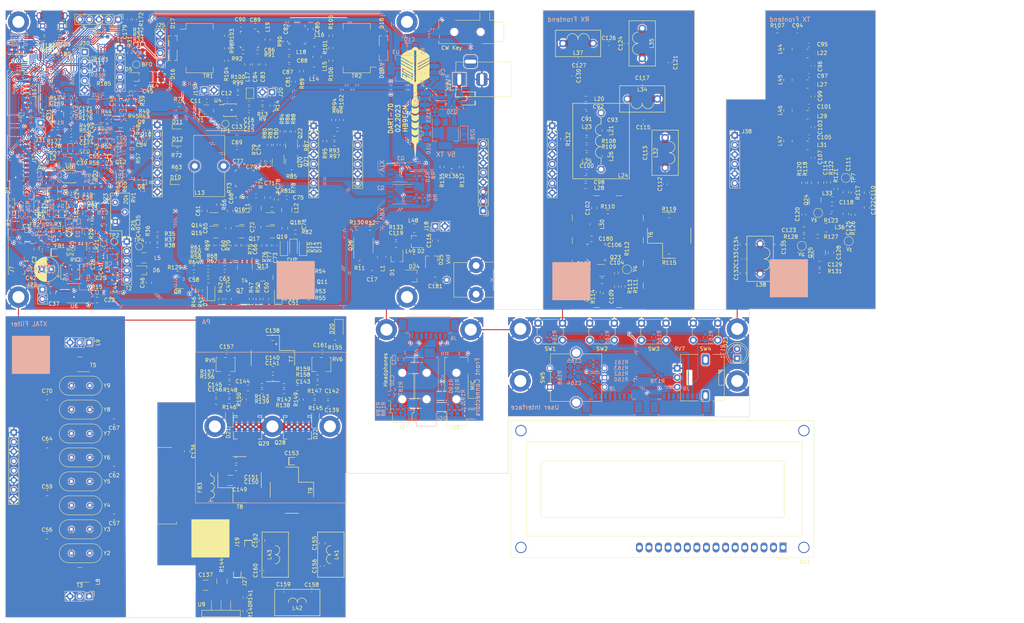
<source format=kicad_pcb>
(kicad_pcb (version 20211014) (generator pcbnew)

  (general
    (thickness 1.6)
  )

  (paper "A4")
  (layers
    (0 "F.Cu" signal)
    (31 "B.Cu" signal)
    (32 "B.Adhes" user "B.Adhesive")
    (33 "F.Adhes" user "F.Adhesive")
    (34 "B.Paste" user)
    (35 "F.Paste" user)
    (36 "B.SilkS" user "B.Silkscreen")
    (37 "F.SilkS" user "F.Silkscreen")
    (38 "B.Mask" user)
    (39 "F.Mask" user)
    (40 "Dwgs.User" user "User.Drawings")
    (41 "Cmts.User" user "User.Comments")
    (42 "Eco1.User" user "User.Eco1")
    (43 "Eco2.User" user "User.Eco2")
    (44 "Edge.Cuts" user)
    (45 "Margin" user)
    (46 "B.CrtYd" user "B.Courtyard")
    (47 "F.CrtYd" user "F.Courtyard")
    (48 "B.Fab" user)
    (49 "F.Fab" user)
    (50 "User.1" user)
    (51 "User.2" user)
    (52 "User.3" user)
    (53 "User.4" user)
    (54 "User.5" user)
    (55 "User.6" user)
    (56 "User.7" user)
    (57 "User.8" user)
    (58 "User.9" user)
  )

  (setup
    (stackup
      (layer "F.SilkS" (type "Top Silk Screen"))
      (layer "F.Paste" (type "Top Solder Paste"))
      (layer "F.Mask" (type "Top Solder Mask") (thickness 0.01))
      (layer "F.Cu" (type "copper") (thickness 0.035))
      (layer "dielectric 1" (type "core") (thickness 1.51) (material "FR4") (epsilon_r 4.5) (loss_tangent 0.02))
      (layer "B.Cu" (type "copper") (thickness 0.035))
      (layer "B.Mask" (type "Bottom Solder Mask") (thickness 0.01))
      (layer "B.Paste" (type "Bottom Solder Paste"))
      (layer "B.SilkS" (type "Bottom Silk Screen"))
      (copper_finish "None")
      (dielectric_constraints no)
    )
    (pad_to_mask_clearance 0)
    (pcbplotparams
      (layerselection 0x0000130_ffffffff)
      (disableapertmacros false)
      (usegerberextensions false)
      (usegerberattributes true)
      (usegerberadvancedattributes true)
      (creategerberjobfile true)
      (svguseinch false)
      (svgprecision 6)
      (excludeedgelayer true)
      (plotframeref false)
      (viasonmask false)
      (mode 1)
      (useauxorigin false)
      (hpglpennumber 1)
      (hpglpenspeed 20)
      (hpglpendiameter 15.000000)
      (dxfpolygonmode true)
      (dxfimperialunits true)
      (dxfusepcbnewfont true)
      (psnegative false)
      (psa4output false)
      (plotreference true)
      (plotvalue true)
      (plotinvisibletext false)
      (sketchpadsonfab false)
      (subtractmaskfromsilk false)
      (outputformat 5)
      (mirror false)
      (drillshape 0)
      (scaleselection 1)
      (outputdirectory "out")
    )
  )

  (net 0 "")
  (net 1 "+12V")
  (net 2 "GND")
  (net 3 "Net-(C2-Pad1)")
  (net 4 "Net-(C3-Pad1)")
  (net 5 "+9VA")
  (net 6 "/MIC")
  (net 7 "Net-(C6-Pad2)")
  (net 8 "+5VA")
  (net 9 "Net-(C10-Pad1)")
  (net 10 "Net-(C11-Pad1)")
  (net 11 "Net-(C11-Pad2)")
  (net 12 "Net-(C14-Pad1)")
  (net 13 "Net-(C14-Pad2)")
  (net 14 "Net-(C15-Pad1)")
  (net 15 "/BFO")
  (net 16 "Net-(C16-Pad1)")
  (net 17 "Net-(C16-Pad2)")
  (net 18 "Net-(C17-Pad1)")
  (net 19 "/Antenna Switch/TX")
  (net 20 "Net-(C18-Pad1)")
  (net 21 "Net-(C18-Pad2)")
  (net 22 "Net-(C19-Pad1)")
  (net 23 "Net-(C19-Pad2)")
  (net 24 "Net-(C20-Pad1)")
  (net 25 "Net-(C20-Pad2)")
  (net 26 "Net-(C22-Pad1)")
  (net 27 "Net-(C23-Pad1)")
  (net 28 "Net-(C23-Pad2)")
  (net 29 "Net-(C25-Pad1)")
  (net 30 "Net-(C25-Pad2)")
  (net 31 "Net-(C26-Pad1)")
  (net 32 "Net-(C27-Pad1)")
  (net 33 "Net-(C27-Pad2)")
  (net 34 "Net-(C28-Pad1)")
  (net 35 "+VRX")
  (net 36 "Net-(C31-Pad1)")
  (net 37 "Net-(C33-Pad1)")
  (net 38 "/Baseband/VAGC")
  (net 39 "Net-(C37-Pad1)")
  (net 40 "Net-(C39-Pad1)")
  (net 41 "Net-(C39-Pad2)")
  (net 42 "Net-(C40-Pad2)")
  (net 43 "Net-(C41-Pad2)")
  (net 44 "Net-(C42-Pad1)")
  (net 45 "/Baseband/SPKR_OUT")
  (net 46 "Net-(C43-Pad2)")
  (net 47 "Net-(C44-Pad2)")
  (net 48 "Net-(C45-Pad1)")
  (net 49 "Net-(C45-Pad2)")
  (net 50 "Net-(C46-Pad1)")
  (net 51 "Net-(C46-Pad2)")
  (net 52 "Net-(C47-Pad1)")
  (net 53 "Net-(C47-Pad2)")
  (net 54 "Net-(C48-Pad1)")
  (net 55 "Net-(C48-Pad2)")
  (net 56 "Net-(C49-Pad1)")
  (net 57 "Net-(C49-Pad2)")
  (net 58 "Net-(C50-Pad1)")
  (net 59 "Net-(C51-Pad2)")
  (net 60 "Net-(C52-Pad1)")
  (net 61 "Net-(C53-Pad1)")
  (net 62 "Net-(C53-Pad2)")
  (net 63 "Net-(C54-Pad2)")
  (net 64 "Net-(C55-Pad1)")
  (net 65 "Net-(C55-Pad2)")
  (net 66 "Net-(C56-Pad2)")
  (net 67 "Net-(C57-Pad2)")
  (net 68 "Net-(C58-Pad1)")
  (net 69 "Net-(C59-Pad2)")
  (net 70 "Net-(C60-Pad2)")
  (net 71 "Net-(C61-Pad1)")
  (net 72 "Net-(C62-Pad2)")
  (net 73 "Net-(C63-Pad2)")
  (net 74 "Net-(C64-Pad2)")
  (net 75 "Net-(C65-Pad1)")
  (net 76 "Net-(C65-Pad2)")
  (net 77 "Net-(C66-Pad2)")
  (net 78 "Net-(C67-Pad2)")
  (net 79 "Net-(C68-Pad1)")
  (net 80 "Net-(C69-Pad1)")
  (net 81 "Net-(C69-Pad2)")
  (net 82 "Net-(C70-Pad2)")
  (net 83 "Net-(C71-Pad2)")
  (net 84 "Net-(C72-Pad1)")
  (net 85 "Net-(C72-Pad2)")
  (net 86 "Net-(C73-Pad2)")
  (net 87 "Net-(C74-Pad2)")
  (net 88 "Net-(C75-Pad2)")
  (net 89 "Net-(C76-Pad1)")
  (net 90 "Net-(C76-Pad2)")
  (net 91 "Net-(C78-Pad1)")
  (net 92 "Net-(C80-Pad1)")
  (net 93 "Net-(C80-Pad2)")
  (net 94 "Net-(C81-Pad1)")
  (net 95 "Net-(C81-Pad2)")
  (net 96 "Net-(C82-Pad1)")
  (net 97 "Net-(C82-Pad2)")
  (net 98 "Net-(C83-Pad2)")
  (net 99 "Net-(C86-Pad1)")
  (net 100 "Net-(C86-Pad2)")
  (net 101 "Net-(C87-Pad2)")
  (net 102 "Net-(C90-Pad2)")
  (net 103 "/70MHz VHF Frontend/VHF_RX")
  (net 104 "/70MHz VHF Frontend/TX_FROM_MIX")
  (net 105 "Net-(C94-Pad2)")
  (net 106 "Net-(C96-Pad2)")
  (net 107 "Net-(C100-Pad2)")
  (net 108 "Net-(C101-Pad2)")
  (net 109 "Net-(C102-Pad2)")
  (net 110 "Net-(C103-Pad1)")
  (net 111 "Net-(C104-Pad2)")
  (net 112 "Net-(C106-Pad1)")
  (net 113 "Net-(C107-Pad2)")
  (net 114 "Net-(C108-Pad1)")
  (net 115 "Net-(C109-Pad2)")
  (net 116 "/70MHz VHF Frontend/+VTX_FE")
  (net 117 "Net-(C111-Pad2)")
  (net 118 "Net-(C112-Pad1)")
  (net 119 "Net-(C112-Pad2)")
  (net 120 "Net-(C114-Pad2)")
  (net 121 "Net-(C115-Pad2)")
  (net 122 "Net-(C118-Pad2)")
  (net 123 "Net-(C120-Pad1)")
  (net 124 "Net-(C120-Pad2)")
  (net 125 "Net-(C121-Pad1)")
  (net 126 "Net-(C125-Pad2)")
  (net 127 "Net-(C126-Pad1)")
  (net 128 "Net-(C128-Pad1)")
  (net 129 "Net-(C128-Pad2)")
  (net 130 "Net-(C129-Pad1)")
  (net 131 "/70MHz VHF Frontend/RX_TO_MIX")
  (net 132 "/70MHz VHF Frontend/VHF_TX")
  (net 133 "Net-(C136-Pad2)")
  (net 134 "VGG1")
  (net 135 "Net-(C140-Pad1)")
  (net 136 "Net-(C140-Pad2)")
  (net 137 "Net-(C143-Pad1)")
  (net 138 "Net-(C143-Pad2)")
  (net 139 "Net-(C144-Pad1)")
  (net 140 "Net-(C144-Pad2)")
  (net 141 "VGG2")
  (net 142 "+3V3")
  (net 143 "/PA 70MHz/VG_5V")
  (net 144 "Net-(C155-Pad2)")
  (net 145 "Net-(C156-Pad2)")
  (net 146 "Net-(C159-Pad2)")
  (net 147 "/Control on separate board/ENC_B")
  (net 148 "/Control on separate board/ENC_A")
  (net 149 "/Control on separate board/3.3V_UI")
  (net 150 "Net-(C169-Pad1)")
  (net 151 "Net-(C171-Pad1)")
  (net 152 "Net-(C172-Pad1)")
  (net 153 "Net-(C173-Pad2)")
  (net 154 "Net-(C164-Pad2)")
  (net 155 "Net-(C176-Pad1)")
  (net 156 "Net-(C165-Pad1)")
  (net 157 "Net-(C116-Pad1)")
  (net 158 "Net-(D5-Pad1)")
  (net 159 "Net-(D5-Pad2)")
  (net 160 "Net-(D6-Pad1)")
  (net 161 "Net-(D6-Pad2)")
  (net 162 "Net-(D7-Pad2)")
  (net 163 "Net-(D8-Pad2)")
  (net 164 "Net-(D9-Pad1)")
  (net 165 "Net-(R62-Pad1)")
  (net 166 "Net-(L13-Pad1)")
  (net 167 "Net-(D11-Pad1)")
  (net 168 "Net-(R71-Pad2)")
  (net 169 "Net-(D13-Pad2)")
  (net 170 "Net-(D14-Pad2)")
  (net 171 "Net-(D15-Pad2)")
  (net 172 "Net-(D16-Pad1)")
  (net 173 "Net-(D16-Pad2)")
  (net 174 "Net-(D16-Pad3)")
  (net 175 "Net-(D17-Pad3)")
  (net 176 "Net-(D18-Pad1)")
  (net 177 "Net-(D18-Pad2)")
  (net 178 "Net-(D18-Pad3)")
  (net 179 "Net-(D19-Pad3)")
  (net 180 "Net-(D20-Pad2)")
  (net 181 "Net-(D21-Pad2)")
  (net 182 "/Control on separate board/STATUSn")
  (net 183 "Net-(D23-Pad2)")
  (net 184 "unconnected-(DS1-Pad1)")
  (net 185 "unconnected-(DS1-Pad2)")
  (net 186 "unconnected-(DS1-Pad3)")
  (net 187 "unconnected-(DS1-Pad4)")
  (net 188 "unconnected-(DS1-Pad5)")
  (net 189 "unconnected-(DS1-Pad6)")
  (net 190 "unconnected-(DS1-Pad7)")
  (net 191 "unconnected-(DS1-Pad8)")
  (net 192 "unconnected-(DS1-Pad9)")
  (net 193 "unconnected-(DS1-Pad10)")
  (net 194 "unconnected-(DS1-Pad11)")
  (net 195 "unconnected-(DS1-Pad12)")
  (net 196 "unconnected-(DS1-Pad13)")
  (net 197 "unconnected-(DS1-Pad14)")
  (net 198 "unconnected-(DS1-Pad15)")
  (net 199 "unconnected-(DS1-Pad16)")
  (net 200 "Net-(FB1-Pad2)")
  (net 201 "unconnected-(J3-PadNC)")
  (net 202 "Net-(C30-Pad2)")
  (net 203 "unconnected-(J3-PadR2)")
  (net 204 "Net-(J3-PadS)")
  (net 205 "Net-(J3-PadT)")
  (net 206 "unconnected-(J3-PadTN)")
  (net 207 "Net-(J4-PadR)")
  (net 208 "Net-(J4-PadTN)")
  (net 209 "/CW_RING")
  (net 210 "/CW_TIP")
  (net 211 "unconnected-(J5-PadTN)")
  (net 212 "Net-(C30-Pad1)")
  (net 213 "Net-(C32-Pad2)")
  (net 214 "Net-(C32-Pad1)")
  (net 215 "/Baseband/SPKR_DET")
  (net 216 "Net-(J8-Pad3)")
  (net 217 "Net-(J9-Pad2)")
  (net 218 "Net-(J9-Pad3)")
  (net 219 "Net-(J9-Pad4)")
  (net 220 "Net-(J9-Pad5)")
  (net 221 "unconnected-(J9-Pad6)")
  (net 222 "unconnected-(J12-Pad3)")
  (net 223 "/Baseband/GPIO_XTAL")
  (net 224 "/EN_VRX")
  (net 225 "/EN_VTX")
  (net 226 "Net-(D28-Pad1)")
  (net 227 "/Baseband/CW_KEYn")
  (net 228 "/Baseband/CW_TONE")
  (net 229 "/MIC_PTT")
  (net 230 "/Baseband/SPKR_VOL")
  (net 231 "/MUTE_MICn")
  (net 232 "/SDA")
  (net 233 "/SCL")
  (net 234 "/S_METER")
  (net 235 "/Baseband/VHF_IN")
  (net 236 "/Baseband/VHF_OUT")
  (net 237 "/CLK1")
  (net 238 "Net-(J22-Pad2)")
  (net 239 "+VTX")
  (net 240 "Net-(J24-Pad2)")
  (net 241 "unconnected-(J24-Pad4)")
  (net 242 "unconnected-(J24-Pad5)")
  (net 243 "Net-(J24-Pad7)")
  (net 244 "/Control on separate board/DISP_LAT")
  (net 245 "/Control on separate board/I2C2_SDA")
  (net 246 "/Control on separate board/I2C2_SCL")
  (net 247 "/Control on separate board/PC14")
  (net 248 "/Control on separate board/PC13")
  (net 249 "Net-(C93-Pad1)")
  (net 250 "/Control on separate board/USART1_TX")
  (net 251 "/Control on separate board/USART1_RX")
  (net 252 "/Control on separate board/PB15")
  (net 253 "unconnected-(J34-Pad1)")
  (net 254 "/Control on separate board/USB_DM")
  (net 255 "/Control on separate board/USB_DP")
  (net 256 "Net-(J34-Pad4)")
  (net 257 "/Control on separate board/SWCLK")
  (net 258 "/Control on separate board/SWDIO")
  (net 259 "/Control on separate board/RESETn")
  (net 260 "/LO1")
  (net 261 "Net-(L14-Pad1)")
  (net 262 "Net-(L15-Pad1)")
  (net 263 "Net-(L19-Pad1)")
  (net 264 "Net-(L21-Pad2)")
  (net 265 "Net-(L23-Pad2)")
  (net 266 "Net-(L25-Pad2)")
  (net 267 "Net-(Q1-Pad2)")
  (net 268 "Net-(Q2-Pad4)")
  (net 269 "Net-(Q3-Pad4)")
  (net 270 "Net-(Q6-Pad1)")
  (net 271 "Net-(Q7-Pad1)")
  (net 272 "Net-(Q10-Pad1)")
  (net 273 "Net-(Q10-Pad2)")
  (net 274 "Net-(Q11-Pad1)")
  (net 275 "Net-(Q11-Pad3)")
  (net 276 "Net-(Q13-Pad1)")
  (net 277 "Net-(Q14-Pad2)")
  (net 278 "Net-(Q14-Pad3)")
  (net 279 "Net-(Q16-Pad2)")
  (net 280 "Net-(Q18-Pad2)")
  (net 281 "Net-(Q20-Pad1)")
  (net 282 "Net-(Q21-Pad1)")
  (net 283 "Net-(Q23-Pad1)")
  (net 284 "Net-(Q24-Pad4)")
  (net 285 "/70MHz VHF Frontend/+VRX_FE")
  (net 286 "Net-(Q30-Pad4)")
  (net 287 "Net-(R22-Pad2)")
  (net 288 "Net-(R23-Pad2)")
  (net 289 "Net-(R28-Pad2)")
  (net 290 "Net-(R31-Pad1)")
  (net 291 "Net-(R31-Pad2)")
  (net 292 "Net-(R35-Pad1)")
  (net 293 "Net-(R36-Pad1)")
  (net 294 "Net-(R93-Pad1)")
  (net 295 "Net-(R103-Pad2)")
  (net 296 "Net-(R104-Pad2)")
  (net 297 "Net-(R100-Pad1)")
  (net 298 "Net-(R101-Pad1)")
  (net 299 "Net-(R111-Pad2)")
  (net 300 "Net-(R140-Pad1)")
  (net 301 "Net-(J27-Pad1)")
  (net 302 "Net-(R157-Pad1)")
  (net 303 "Net-(R159-Pad1)")
  (net 304 "Net-(R160-Pad1)")
  (net 305 "Net-(R161-Pad2)")
  (net 306 "/Control on separate board/BTN0")
  (net 307 "/Control on separate board/BTN1")
  (net 308 "/Control on separate board/BTN2")
  (net 309 "/Control on separate board/BTN3")
  (net 310 "Net-(R168-Pad1)")
  (net 311 "/Control on separate board/ENC_BTN")
  (net 312 "/Control on separate board/XTAL1")
  (net 313 "/Control on separate board/XTAL2")
  (net 314 "/Control on separate board/PWM_CW")
  (net 315 "/Control on separate board/MUTE_SPKR")
  (net 316 "Net-(R178-Pad2)")
  (net 317 "Net-(R179-Pad2)")
  (net 318 "Net-(R180-Pad2)")
  (net 319 "/Control on separate board/BOOT0")
  (net 320 "/Control on separate board/BOOT1")
  (net 321 "unconnected-(T3-Pad2)")
  (net 322 "unconnected-(T5-Pad2)")
  (net 323 "unconnected-(TR1-Pad10)")
  (net 324 "unconnected-(TR1-Pad15)")
  (net 325 "unconnected-(TR2-Pad10)")
  (net 326 "unconnected-(TR2-Pad15)")
  (net 327 "Net-(U4-Pad3)")
  (net 328 "Net-(D23-Pad1)")
  (net 329 "Net-(D22-Pad2)")
  (net 330 "unconnected-(T4-Pad2)")
  (net 331 "/Antenna Switch/RX")
  (net 332 "Net-(C38-Pad1)")
  (net 333 "Net-(L22-Pad2)")
  (net 334 "Net-(L27-Pad2)")
  (net 335 "Net-(L29-Pad2)")
  (net 336 "Net-(L31-Pad2)")
  (net 337 "unconnected-(U11-Pad1)")
  (net 338 "Net-(C119-Pad1)")
  (net 339 "/Antenna Switch/ANT")
  (net 340 "/Antenna Switch/V_{PIN}")
  (net 341 "Net-(Q26-Pad5)")
  (net 342 "Net-(Q26-Pad7)")
  (net 343 "/TX_to_PA")
  (net 344 "/Baseband/AGC_to_METER")
  (net 345 "Net-(C136-Pad1)")
  (net 346 "/PA 70MHz/V_{DD}")
  (net 347 "Net-(C154-Pad1)")
  (net 348 "Net-(C137-Pad1)")
  (net 349 "Net-(C181-Pad2)")
  (net 350 "Net-(FB3-Pad1)")
  (net 351 "Net-(J16-Pad5)")
  (net 352 "Net-(C162-Pad2)")
  (net 353 "Net-(J8-Pad2)")
  (net 354 "Net-(J8-Pad5)")
  (net 355 "Net-(Q1-Pad4)")
  (net 356 "Net-(C148-Pad2)")
  (net 357 "Net-(Q28-Pad1)")
  (net 358 "Net-(Q29-Pad1)")
  (net 359 "Net-(C147-Pad2)")
  (net 360 "Net-(C163-Pad1)")
  (net 361 "Net-(C163-Pad2)")
  (net 362 "Net-(C177-Pad2)")
  (net 363 "Net-(J7-Pad4)")
  (net 364 "unconnected-(J28-PadNC)")
  (net 365 "Net-(J28-PadR1)")
  (net 366 "Net-(J28-PadR2)")
  (net 367 "unconnected-(J28-PadTN)")
  (net 368 "Net-(Q27-Pad1)")
  (net 369 "Net-(Q32-Pad1)")
  (net 370 "/Control on separate board/PB4")
  (net 371 "/VOX_PTTn")

  (footprint "Capacitor_SMD:C_0603_1608Metric_Pad1.08x0.95mm_HandSolder" (layer "F.Cu") (at 30.48 52.832 180))

  (footprint "Resistor_SMD:R_0603_1608Metric_Pad0.98x0.95mm_HandSolder" (layer "F.Cu") (at 224.663 66.167 -90))

  (footprint "Crystal:Crystal_HC49-U_Vertical" (layer "F.Cu") (at 30.531 145.41))

  (footprint "Resistor_SMD:R_0603_1608Metric_Pad0.98x0.95mm_HandSolder" (layer "F.Cu") (at 72.42 119.228))

  (footprint "Resistor_SMD:R_0603_1608Metric_Pad0.98x0.95mm_HandSolder" (layer "F.Cu") (at 89.916 79.248))

  (footprint "Package_SO:MSOP-10_3x3mm_P0.5mm" (layer "F.Cu") (at 29.972 64.516))

  (footprint "mpb:four_4mm_pads_narrow" (layer "F.Cu") (at 83.85 112.624 -90))

  (footprint "Potentiometer_SMD:Potentiometer_Bourns_3214W_Vertical" (layer "F.Cu") (at 23.368 65.024 -90))

  (footprint "Potentiometer_SMD:Potentiometer_Bourns_3214W_Vertical" (layer "F.Cu") (at 26.67 72.898 180))

  (footprint "Resistor_SMD:R_0603_1608Metric_Pad0.98x0.95mm_HandSolder" (layer "F.Cu") (at 237.744 74.676 90))

  (footprint "Capacitor_SMD:C_0603_1608Metric_Pad1.08x0.95mm_HandSolder" (layer "F.Cu") (at 183.896 58.42 -90))

  (footprint "Resistor_SMD:R_0603_1608Metric_Pad0.98x0.95mm_HandSolder" (layer "F.Cu") (at 59.0785 45.466))

  (footprint "Capacitor_SMD:C_0603_1608Metric_Pad1.08x0.95mm_HandSolder" (layer "F.Cu") (at 42.672 44.45 90))

  (footprint "Resistor_SMD:R_0603_1608Metric_Pad0.98x0.95mm_HandSolder" (layer "F.Cu") (at 228.346 80.391 180))

  (footprint "Capacitor_SMD:C_0805_2012Metric_Pad1.18x1.45mm_HandSolder" (layer "F.Cu") (at 83.977 115.672))

  (footprint "Capacitor_SMD:C_0805_2012Metric_Pad1.18x1.45mm_HandSolder" (layer "F.Cu") (at 83.9555 117.958))

  (footprint "Diode_SMD:D_SOD-123F" (layer "F.Cu") (at 86.868 83.312 90))

  (footprint "Resistor_SMD:R_0603_1608Metric_Pad0.98x0.95mm_HandSolder" (layer "F.Cu") (at 48.514 32.507 180))

  (footprint "mpb:PLD-1.5W" (layer "F.Cu") (at 77.246 130.912))

  (footprint "Capacitor_SMD:C_0805_2012Metric_Pad1.18x1.45mm_HandSolder" (layer "F.Cu") (at 61.214 137.414 -90))

  (footprint "Capacitor_SMD:C_0805_2012Metric_Pad1.18x1.45mm_HandSolder" (layer "F.Cu") (at 208.534 82.55 -90))

  (footprint "Connector_BarrelJack:BarrelJack_Horizontal" (layer "F.Cu") (at 133.35 38.735 180))

  (footprint "Inductor_SMD:L_1008_2520Metric_Pad1.43x2.20mm_HandSolder" (layer "F.Cu") (at 220.472 30.734 90))

  (footprint "Package_TO_SOT_SMD:SOT-23" (layer "F.Cu") (at 58.674 92.71 180))

  (footprint "MountingHole:MountingHole_3.2mm_M3_DIN965_Pad" (layer "F.Cu") (at 149.536 104.956))

  (footprint "Resistor_SMD:R_0603_1608Metric_Pad0.98x0.95mm_HandSolder" (layer "F.Cu") (at 46.6575 52.07 90))

  (footprint "Capacitor_SMD:C_0805_2012Metric_Pad1.18x1.45mm_HandSolder" (layer "F.Cu") (at 168.402 81.026 180))

  (footprint "Inductor_SMD:L_1008_2520Metric_Pad1.43x2.20mm_HandSolder" (layer "F.Cu") (at 94.957 28.956))

  (footprint "Connector_PinHeader_1.27mm:PinHeader_2x04_P1.27mm_Vertical_SMD" (layer "F.Cu") (at 17.272 29.591))

  (footprint "Capacitor_SMD:C_0805_2012Metric_Pad1.18x1.45mm_HandSolder" (layer "F.Cu") (at 97.028 161.798 90))

  (footprint "Capacitor_SMD:C_0603_1608Metric_Pad1.08x0.95mm_HandSolder" (layer "F.Cu") (at 40.8155 51.562 90))

  (footprint "mpb:two_4mm_pads" (layer "F.Cu") (at 135.89 43.815 -90))

  (footprint "Inductor_SMD:L_1008_2520Metric_Pad1.43x2.20mm_HandSolder" (layer "F.Cu") (at 220.472 55.118 90))

  (footprint "Capacitor_SMD:C_0805_2012Metric_Pad1.18x1.45mm_HandSolder" (layer "F.Cu") (at 82.042 97.028 -90))

  (footprint "Capacitor_SMD:C_0603_1608Metric_Pad1.08x0.95mm_HandSolder" (layer "F.Cu") (at 89.408 39.37 90))

  (footprint "Resistor_SMD:R_0603_1608Metric_Pad0.98x0.95mm_HandSolder" (layer "F.Cu") (at 39.7995 48.768))

  (footprint "Inductor_SMD:L_0805_2012Metric_Pad1.15x1.40mm_HandSolder" (layer "F.Cu") (at 167.132 52.832 180))

  (footprint "TestPoint:TestPoint_Pad_D2.0mm" (layer "F.Cu") (at 236.601 81.661 -90))

  (footprint "Resistor_SMD:R_0603_1608Metric_Pad0.98x0.95mm_HandSolder" (layer "F.Cu") (at 72.39 124.206 180))

  (footprint "Package_TO_SOT_SMD:SOT-323_SC-70_Handsoldering" (layer "F.Cu") (at 57.404 27.9185 90))

  (footprint "Resistor_SMD:R_0603_1608Metric_Pad0.98x0.95mm_HandSolder" (layer "F.Cu") (at 76.543 179.822 -90))

  (footprint "Resistor_SMD:R_0603_1608Metric_Pad0.98x0.95mm_HandSolder" (layer "F.Cu") (at 74.676 70.104 -90))

  (footprint "Capacitor_SMD:C_0603_1608Metric_Pad1.08x0.95mm_HandSolder" (layer "F.Cu") (at 76.454 82.804 90))

  (footprint "Potentiometer_SMD:Potentiometer_Bourns_3214W_Vertical" (layer "F.Cu") (at 96.804 114.402))

  (footprint "Capacitor_SMD:C_0805_2012Metric_Pad1.18x1.45mm_HandSolder" (layer "F.Cu") (at 241.427 68.834 90))

  (footprint "Capacitor_SMD:C_0805_2012Metric_Pad1.18x1.45mm_HandSolder" (layer "F.Cu") (at 41.871 129.535 180))

  (footprint "Capacitor_SMD:C_0805_2012Metric_Pad1.18x1.45mm_HandSolder" (layer "F.Cu") (at 79.248 34.798 -90))

  (footprint "Crystal:Crystal_HC49-U_Vertical" (layer "F.Cu") (at 35.431 120.01 180))

  (footprint "Jumper:SolderJumper-2_P1.3mm_Open_TrianglePad1.0x1.5mm" (layer "F.Cu") (at 77.8775 42.418 90))

  (footprint "Capacitor_SMD:C_0805_2012Metric_Pad1.18x1.45mm_HandSolder" (layer "F.Cu") (at 232.156 73.025 180))

  (footprint "Resistor_SMD:R_0603_1608Metric_Pad0.98x0.95mm_HandSolder" (layer "F.Cu") (at 89.408 52.578 -90))

  (footprint "Resistor_SMD:R_0603_1608Metric_Pad0.98x0.95mm_HandSolder" (layer "F.Cu") (at 228.854 89.535 180))

  (footprint "Resistor_SMD:R_0603_1608Metric_Pad0.98x0.95mm_HandSolder" (layer "F.Cu") (at 231.902 74.93))

  (footprint "Capacitor_SMD:C_0805_2012Metric_Pad1.18x1.45mm_HandSolder" (layer "F.Cu") (at 241.427 72.771 -90))

  (footprint "mpb:TO-220-3_Vertical_SMD" (layer "F.Cu")
    (tedit 605B297E) (tstamp 1c1eebce-3ee0-4d91-b1d4-9bfd3669f304)
    (at 72.743 175.919 180)
    (descr "TO-220-3, Horizontal, RM 2.54mm, see https://www.vishay.com/docs/66542/to-220-1.pdf")
    (tags "TO-220-3 Horizontal RM 2.54mm")
    (property "Need_order" "0")
    (property "Sheetfile" "pa_70.kicad_sch")
    (property "Sheetname" "PA 70MHz")
    (path "/f5953f75-4b48-4b4f-8eb7-dca86201f1bf/00000000-0000-0000-0000-000060629fa1")
    (attr through_hole)
    (fp_text reference "U9" (at 7.719 -2.135) (layer "F.SilkS")
      (effects (font (size 1 1) (thickness 0.15)))
      (tstamp c009ab0e-1a5c-4551-a496-42bd58a7580f)
    )
    (fp_text value "LM350_TO220" (at 2.54 2) (layer "F.Fab")
      (effects (font (size 1 1) (thickness 0.15)))
      (tstamp 865d3f5e-fa08-4fe2-b213-f752f931d7eb)
    )
    (fp_text user "${REFERENCE}" (at 2.3622 -6.223) (layer "F.Fab")
      (effects (font (size 1 1) (thickness 0.15)))
      (tstamp 49033a31-9281-401b-8438-f4e05e3856f8)
    )
    (fp_line (start 5.08 -3.69) (end 5.08 -1.15) (layer "F.SilkS") (width 0.12) (tstamp 1b2c44b2-ff2d-495d-941a-722520bc6138))
    (fp_line (start -2.58 -5.4102) (end -2.58 -3.69) (layer "F.SilkS") (width 0.12) (tstamp 2d334b5b-7b01-438a-a7ad-3b1b5200a7df))
    (fp_line (start 0 -3.69) (end 0 -1.15) (layer "F.SilkS") (width 0.12) (tstamp 552bc54b-f683-48a5-a182-7837f4c5fcc4))
    (fp_line (start 7.66 -3.69) (end 7.66 -5.4102) (layer "F.SilkS") (width 0.12) (tstamp 60ed927f-d8d3-4e10-821c-3411db1c05b8))
    (fp_line (start -2.58 -5.4102) (end 7.66 -5.4102) (layer "F.SilkS") (width 0.12) (tstamp 6789e2dd-467a-4925-92aa-f067031c9a80))
    (fp_line (start -2.58 -3.69) (end 7.66 -3.69) (layer "F.SilkS") (width 0.12) (tstamp e8c3968e-083f-4cd5-b4f9-b8c672ca3011))
    (fp_line (start 2.54 -3.69) (end 2.54 -1.15) (layer "F.SilkS") (width 0.12) (tstamp f461787b-21b8-4df7-bc35-000788f6b14d))
    (fp_line (start 7.8 -5.5) (end -2.7 -5.5) (layer "F.CrtYd") (width 0.05) (tstamp 07eb8f73-d83f-4aa4-921d-50ff3ad7b366))
    (fp_line (start -2.7 -5.5) (end -2.7 1.25) (layer "F.CrtYd") (width 0.05) (tstamp 607b7baa-6175-4074-ad7e-2f964e203efe))
    (fp_line (start -2.7 1.25) (end 7.8 1.25) (layer "F.CrtYd") (width 0.05) (tstamp a810a101-4bf0-4790-b1cc-3357d73cda90))
    (fp_line (start 7.8 1.25) (end 7.8 -5.5) (layer "F.CrtYd") (width 0.05) (tstamp c41d4716-8d18-425b-b562-cd268bb0f986))
    (fp_line (start -2.46 -3.81) (end -2.46 -5.3594) (layer "F.Fab") (width 0.1) (tstamp 06f0880f-16cd-44c6-b954-3e5c91e82434))
    (fp_line (start -2.4638 -4.7244) (end 7.5362 -4.7244) (layer "F.Fab") (width 0.1) (tstamp 4d47bda5-f6b5-4b5e-88ae-4b02cbb945cf))
    (fp_line 
... [6394719 chars truncated]
</source>
